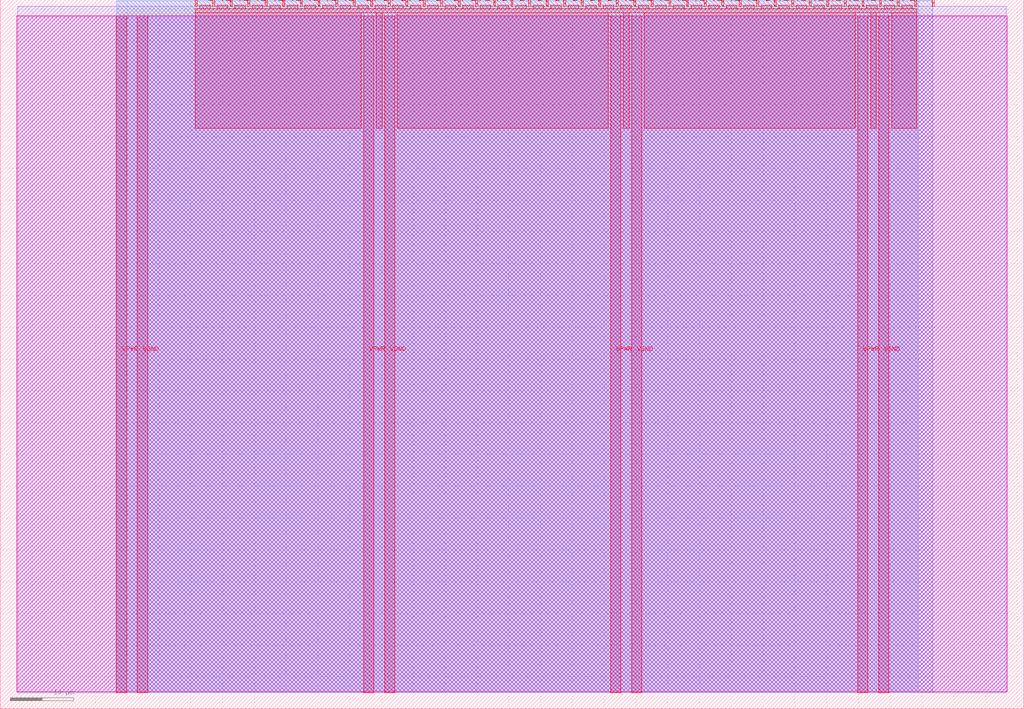
<source format=lef>
VERSION 5.7 ;
  NOWIREEXTENSIONATPIN ON ;
  DIVIDERCHAR "/" ;
  BUSBITCHARS "[]" ;
MACRO tt_um_lif1
  CLASS BLOCK ;
  FOREIGN tt_um_lif1 ;
  ORIGIN 0.000 0.000 ;
  SIZE 161.000 BY 111.520 ;
  PIN VGND
    DIRECTION INOUT ;
    USE GROUND ;
    PORT
      LAYER met4 ;
        RECT 21.580 2.480 23.180 109.040 ;
    END
    PORT
      LAYER met4 ;
        RECT 60.450 2.480 62.050 109.040 ;
    END
    PORT
      LAYER met4 ;
        RECT 99.320 2.480 100.920 109.040 ;
    END
    PORT
      LAYER met4 ;
        RECT 138.190 2.480 139.790 109.040 ;
    END
  END VGND
  PIN VPWR
    DIRECTION INOUT ;
    USE POWER ;
    PORT
      LAYER met4 ;
        RECT 18.280 2.480 19.880 109.040 ;
    END
    PORT
      LAYER met4 ;
        RECT 57.150 2.480 58.750 109.040 ;
    END
    PORT
      LAYER met4 ;
        RECT 96.020 2.480 97.620 109.040 ;
    END
    PORT
      LAYER met4 ;
        RECT 134.890 2.480 136.490 109.040 ;
    END
  END VPWR
  PIN clk
    DIRECTION INPUT ;
    USE SIGNAL ;
    ANTENNAGATEAREA 0.852000 ;
    PORT
      LAYER met4 ;
        RECT 143.830 110.520 144.130 111.520 ;
    END
  END clk
  PIN ena
    DIRECTION INPUT ;
    USE SIGNAL ;
    PORT
      LAYER met4 ;
        RECT 146.590 110.520 146.890 111.520 ;
    END
  END ena
  PIN rst_n
    DIRECTION INPUT ;
    USE SIGNAL ;
    ANTENNAGATEAREA 0.213000 ;
    PORT
      LAYER met4 ;
        RECT 141.070 110.520 141.370 111.520 ;
    END
  END rst_n
  PIN ui_in[0]
    DIRECTION INPUT ;
    USE SIGNAL ;
    ANTENNAGATEAREA 0.196500 ;
    PORT
      LAYER met4 ;
        RECT 138.310 110.520 138.610 111.520 ;
    END
  END ui_in[0]
  PIN ui_in[1]
    DIRECTION INPUT ;
    USE SIGNAL ;
    ANTENNAGATEAREA 0.196500 ;
    PORT
      LAYER met4 ;
        RECT 135.550 110.520 135.850 111.520 ;
    END
  END ui_in[1]
  PIN ui_in[2]
    DIRECTION INPUT ;
    USE SIGNAL ;
    ANTENNAGATEAREA 0.196500 ;
    PORT
      LAYER met4 ;
        RECT 132.790 110.520 133.090 111.520 ;
    END
  END ui_in[2]
  PIN ui_in[3]
    DIRECTION INPUT ;
    USE SIGNAL ;
    ANTENNAGATEAREA 0.196500 ;
    PORT
      LAYER met4 ;
        RECT 130.030 110.520 130.330 111.520 ;
    END
  END ui_in[3]
  PIN ui_in[4]
    DIRECTION INPUT ;
    USE SIGNAL ;
    ANTENNAGATEAREA 0.196500 ;
    PORT
      LAYER met4 ;
        RECT 127.270 110.520 127.570 111.520 ;
    END
  END ui_in[4]
  PIN ui_in[5]
    DIRECTION INPUT ;
    USE SIGNAL ;
    ANTENNAGATEAREA 0.196500 ;
    PORT
      LAYER met4 ;
        RECT 124.510 110.520 124.810 111.520 ;
    END
  END ui_in[5]
  PIN ui_in[6]
    DIRECTION INPUT ;
    USE SIGNAL ;
    ANTENNAGATEAREA 0.196500 ;
    PORT
      LAYER met4 ;
        RECT 121.750 110.520 122.050 111.520 ;
    END
  END ui_in[6]
  PIN ui_in[7]
    DIRECTION INPUT ;
    USE SIGNAL ;
    ANTENNAGATEAREA 0.196500 ;
    PORT
      LAYER met4 ;
        RECT 118.990 110.520 119.290 111.520 ;
    END
  END ui_in[7]
  PIN uio_in[0]
    DIRECTION INPUT ;
    USE SIGNAL ;
    PORT
      LAYER met4 ;
        RECT 116.230 110.520 116.530 111.520 ;
    END
  END uio_in[0]
  PIN uio_in[1]
    DIRECTION INPUT ;
    USE SIGNAL ;
    PORT
      LAYER met4 ;
        RECT 113.470 110.520 113.770 111.520 ;
    END
  END uio_in[1]
  PIN uio_in[2]
    DIRECTION INPUT ;
    USE SIGNAL ;
    PORT
      LAYER met4 ;
        RECT 110.710 110.520 111.010 111.520 ;
    END
  END uio_in[2]
  PIN uio_in[3]
    DIRECTION INPUT ;
    USE SIGNAL ;
    PORT
      LAYER met4 ;
        RECT 107.950 110.520 108.250 111.520 ;
    END
  END uio_in[3]
  PIN uio_in[4]
    DIRECTION INPUT ;
    USE SIGNAL ;
    PORT
      LAYER met4 ;
        RECT 105.190 110.520 105.490 111.520 ;
    END
  END uio_in[4]
  PIN uio_in[5]
    DIRECTION INPUT ;
    USE SIGNAL ;
    PORT
      LAYER met4 ;
        RECT 102.430 110.520 102.730 111.520 ;
    END
  END uio_in[5]
  PIN uio_in[6]
    DIRECTION INPUT ;
    USE SIGNAL ;
    PORT
      LAYER met4 ;
        RECT 99.670 110.520 99.970 111.520 ;
    END
  END uio_in[6]
  PIN uio_in[7]
    DIRECTION INPUT ;
    USE SIGNAL ;
    PORT
      LAYER met4 ;
        RECT 96.910 110.520 97.210 111.520 ;
    END
  END uio_in[7]
  PIN uio_oe[0]
    DIRECTION OUTPUT ;
    USE SIGNAL ;
    PORT
      LAYER met4 ;
        RECT 49.990 110.520 50.290 111.520 ;
    END
  END uio_oe[0]
  PIN uio_oe[1]
    DIRECTION OUTPUT ;
    USE SIGNAL ;
    PORT
      LAYER met4 ;
        RECT 47.230 110.520 47.530 111.520 ;
    END
  END uio_oe[1]
  PIN uio_oe[2]
    DIRECTION OUTPUT ;
    USE SIGNAL ;
    PORT
      LAYER met4 ;
        RECT 44.470 110.520 44.770 111.520 ;
    END
  END uio_oe[2]
  PIN uio_oe[3]
    DIRECTION OUTPUT ;
    USE SIGNAL ;
    PORT
      LAYER met4 ;
        RECT 41.710 110.520 42.010 111.520 ;
    END
  END uio_oe[3]
  PIN uio_oe[4]
    DIRECTION OUTPUT ;
    USE SIGNAL ;
    PORT
      LAYER met4 ;
        RECT 38.950 110.520 39.250 111.520 ;
    END
  END uio_oe[4]
  PIN uio_oe[5]
    DIRECTION OUTPUT ;
    USE SIGNAL ;
    PORT
      LAYER met4 ;
        RECT 36.190 110.520 36.490 111.520 ;
    END
  END uio_oe[5]
  PIN uio_oe[6]
    DIRECTION OUTPUT ;
    USE SIGNAL ;
    PORT
      LAYER met4 ;
        RECT 33.430 110.520 33.730 111.520 ;
    END
  END uio_oe[6]
  PIN uio_oe[7]
    DIRECTION OUTPUT ;
    USE SIGNAL ;
    PORT
      LAYER met4 ;
        RECT 30.670 110.520 30.970 111.520 ;
    END
  END uio_oe[7]
  PIN uio_out[0]
    DIRECTION OUTPUT ;
    USE SIGNAL ;
    PORT
      LAYER met4 ;
        RECT 72.070 110.520 72.370 111.520 ;
    END
  END uio_out[0]
  PIN uio_out[1]
    DIRECTION OUTPUT ;
    USE SIGNAL ;
    PORT
      LAYER met4 ;
        RECT 69.310 110.520 69.610 111.520 ;
    END
  END uio_out[1]
  PIN uio_out[2]
    DIRECTION OUTPUT ;
    USE SIGNAL ;
    PORT
      LAYER met4 ;
        RECT 66.550 110.520 66.850 111.520 ;
    END
  END uio_out[2]
  PIN uio_out[3]
    DIRECTION OUTPUT ;
    USE SIGNAL ;
    PORT
      LAYER met4 ;
        RECT 63.790 110.520 64.090 111.520 ;
    END
  END uio_out[3]
  PIN uio_out[4]
    DIRECTION OUTPUT ;
    USE SIGNAL ;
    PORT
      LAYER met4 ;
        RECT 61.030 110.520 61.330 111.520 ;
    END
  END uio_out[4]
  PIN uio_out[5]
    DIRECTION OUTPUT ;
    USE SIGNAL ;
    PORT
      LAYER met4 ;
        RECT 58.270 110.520 58.570 111.520 ;
    END
  END uio_out[5]
  PIN uio_out[6]
    DIRECTION OUTPUT ;
    USE SIGNAL ;
    PORT
      LAYER met4 ;
        RECT 55.510 110.520 55.810 111.520 ;
    END
  END uio_out[6]
  PIN uio_out[7]
    DIRECTION OUTPUT ;
    USE SIGNAL ;
    ANTENNADIFFAREA 0.445500 ;
    PORT
      LAYER met4 ;
        RECT 52.750 110.520 53.050 111.520 ;
    END
  END uio_out[7]
  PIN uo_out[0]
    DIRECTION OUTPUT ;
    USE SIGNAL ;
    ANTENNADIFFAREA 0.445500 ;
    PORT
      LAYER met4 ;
        RECT 94.150 110.520 94.450 111.520 ;
    END
  END uo_out[0]
  PIN uo_out[1]
    DIRECTION OUTPUT ;
    USE SIGNAL ;
    ANTENNAGATEAREA 0.373500 ;
    ANTENNADIFFAREA 0.891000 ;
    PORT
      LAYER met4 ;
        RECT 91.390 110.520 91.690 111.520 ;
    END
  END uo_out[1]
  PIN uo_out[2]
    DIRECTION OUTPUT ;
    USE SIGNAL ;
    ANTENNAGATEAREA 0.373500 ;
    ANTENNADIFFAREA 0.891000 ;
    PORT
      LAYER met4 ;
        RECT 88.630 110.520 88.930 111.520 ;
    END
  END uo_out[2]
  PIN uo_out[3]
    DIRECTION OUTPUT ;
    USE SIGNAL ;
    ANTENNAGATEAREA 0.868500 ;
    ANTENNADIFFAREA 0.891000 ;
    PORT
      LAYER met4 ;
        RECT 85.870 110.520 86.170 111.520 ;
    END
  END uo_out[3]
  PIN uo_out[4]
    DIRECTION OUTPUT ;
    USE SIGNAL ;
    ANTENNAGATEAREA 1.116000 ;
    ANTENNADIFFAREA 0.891000 ;
    PORT
      LAYER met4 ;
        RECT 83.110 110.520 83.410 111.520 ;
    END
  END uo_out[4]
  PIN uo_out[5]
    DIRECTION OUTPUT ;
    USE SIGNAL ;
    ANTENNAGATEAREA 0.868500 ;
    ANTENNADIFFAREA 0.891000 ;
    PORT
      LAYER met4 ;
        RECT 80.350 110.520 80.650 111.520 ;
    END
  END uo_out[5]
  PIN uo_out[6]
    DIRECTION OUTPUT ;
    USE SIGNAL ;
    ANTENNAGATEAREA 0.621000 ;
    ANTENNADIFFAREA 0.891000 ;
    PORT
      LAYER met4 ;
        RECT 77.590 110.520 77.890 111.520 ;
    END
  END uo_out[6]
  PIN uo_out[7]
    DIRECTION OUTPUT ;
    USE SIGNAL ;
    ANTENNAGATEAREA 0.621000 ;
    ANTENNADIFFAREA 0.891000 ;
    PORT
      LAYER met4 ;
        RECT 74.830 110.520 75.130 111.520 ;
    END
  END uo_out[7]
  OBS
      LAYER nwell ;
        RECT 2.570 2.635 158.430 108.990 ;
      LAYER li1 ;
        RECT 2.760 2.635 158.240 108.885 ;
      LAYER met1 ;
        RECT 2.760 2.480 158.240 110.460 ;
      LAYER met2 ;
        RECT 18.310 2.535 146.640 111.365 ;
      LAYER met3 ;
        RECT 18.290 2.555 144.370 111.345 ;
      LAYER met4 ;
        RECT 31.370 110.120 33.030 110.665 ;
        RECT 34.130 110.120 35.790 110.665 ;
        RECT 36.890 110.120 38.550 110.665 ;
        RECT 39.650 110.120 41.310 110.665 ;
        RECT 42.410 110.120 44.070 110.665 ;
        RECT 45.170 110.120 46.830 110.665 ;
        RECT 47.930 110.120 49.590 110.665 ;
        RECT 50.690 110.120 52.350 110.665 ;
        RECT 53.450 110.120 55.110 110.665 ;
        RECT 56.210 110.120 57.870 110.665 ;
        RECT 58.970 110.120 60.630 110.665 ;
        RECT 61.730 110.120 63.390 110.665 ;
        RECT 64.490 110.120 66.150 110.665 ;
        RECT 67.250 110.120 68.910 110.665 ;
        RECT 70.010 110.120 71.670 110.665 ;
        RECT 72.770 110.120 74.430 110.665 ;
        RECT 75.530 110.120 77.190 110.665 ;
        RECT 78.290 110.120 79.950 110.665 ;
        RECT 81.050 110.120 82.710 110.665 ;
        RECT 83.810 110.120 85.470 110.665 ;
        RECT 86.570 110.120 88.230 110.665 ;
        RECT 89.330 110.120 90.990 110.665 ;
        RECT 92.090 110.120 93.750 110.665 ;
        RECT 94.850 110.120 96.510 110.665 ;
        RECT 97.610 110.120 99.270 110.665 ;
        RECT 100.370 110.120 102.030 110.665 ;
        RECT 103.130 110.120 104.790 110.665 ;
        RECT 105.890 110.120 107.550 110.665 ;
        RECT 108.650 110.120 110.310 110.665 ;
        RECT 111.410 110.120 113.070 110.665 ;
        RECT 114.170 110.120 115.830 110.665 ;
        RECT 116.930 110.120 118.590 110.665 ;
        RECT 119.690 110.120 121.350 110.665 ;
        RECT 122.450 110.120 124.110 110.665 ;
        RECT 125.210 110.120 126.870 110.665 ;
        RECT 127.970 110.120 129.630 110.665 ;
        RECT 130.730 110.120 132.390 110.665 ;
        RECT 133.490 110.120 135.150 110.665 ;
        RECT 136.250 110.120 137.910 110.665 ;
        RECT 139.010 110.120 140.670 110.665 ;
        RECT 141.770 110.120 143.430 110.665 ;
        RECT 30.655 109.440 144.145 110.120 ;
        RECT 30.655 91.295 56.750 109.440 ;
        RECT 59.150 91.295 60.050 109.440 ;
        RECT 62.450 91.295 95.620 109.440 ;
        RECT 98.020 91.295 98.920 109.440 ;
        RECT 101.320 91.295 134.490 109.440 ;
        RECT 136.890 91.295 137.790 109.440 ;
        RECT 140.190 91.295 144.145 109.440 ;
  END
END tt_um_lif1
END LIBRARY


</source>
